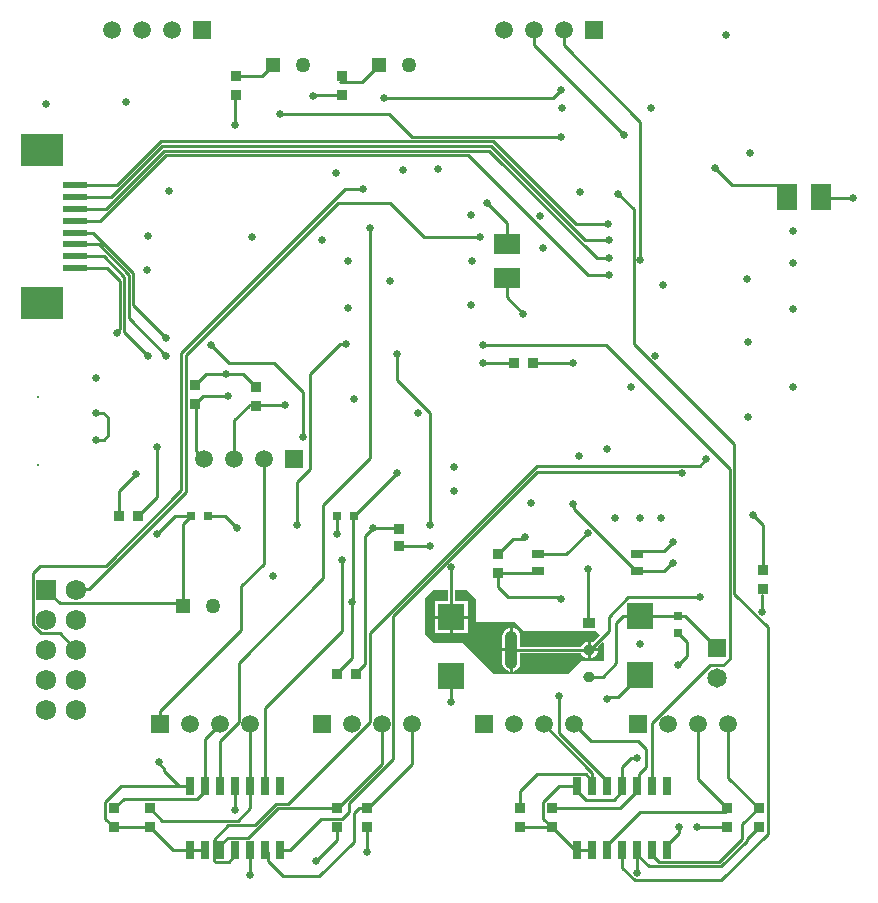
<source format=gbl>
G04*
G04 #@! TF.GenerationSoftware,Altium Limited,Altium Designer,22.9.1 (49)*
G04*
G04 Layer_Physical_Order=4*
G04 Layer_Color=16711680*
%FSLAX25Y25*%
%MOIN*%
G70*
G04*
G04 #@! TF.SameCoordinates,4F3841DE-4AA8-461A-9A8C-39A9ABFBA23C*
G04*
G04*
G04 #@! TF.FilePolarity,Positive*
G04*
G01*
G75*
%ADD14C,0.01000*%
%ADD23R,0.03543X0.03740*%
%ADD25R,0.03898X0.03071*%
%ADD30R,0.03740X0.03543*%
%ADD52C,0.06496*%
%ADD53R,0.06496X0.06496*%
%ADD54R,0.05906X0.05906*%
%ADD55C,0.05906*%
%ADD56C,0.01280*%
%ADD57R,0.06791X0.06791*%
%ADD58C,0.06791*%
%ADD59R,0.05020X0.05020*%
%ADD60C,0.05020*%
%ADD61C,0.02500*%
%ADD76R,0.07874X0.02402*%
%ADD77R,0.14173X0.10551*%
%ADD78R,0.03740X0.03740*%
%ADD79R,0.02559X0.06004*%
%ADD80R,0.02756X0.02756*%
%ADD81R,0.09055X0.08661*%
%ADD82R,0.08780X0.07087*%
%ADD83R,0.02756X0.02756*%
%ADD84R,0.07087X0.08780*%
G04:AMPARAMS|DCode=85|XSize=39.54mil|YSize=125.28mil|CornerRadius=17.2mil|HoleSize=0mil|Usage=FLASHONLY|Rotation=180.000|XOffset=0mil|YOffset=0mil|HoleType=Round|Shape=RoundedRectangle|*
%AMROUNDEDRECTD85*
21,1,0.03954,0.09088,0,0,180.0*
21,1,0.00514,0.12528,0,0,180.0*
1,1,0.03440,-0.00257,0.04544*
1,1,0.03440,0.00257,0.04544*
1,1,0.03440,0.00257,-0.04544*
1,1,0.03440,-0.00257,-0.04544*
%
%ADD85ROUNDEDRECTD85*%
G04:AMPARAMS|DCode=86|XSize=39.54mil|YSize=34.34mil|CornerRadius=17.17mil|HoleSize=0mil|Usage=FLASHONLY|Rotation=180.000|XOffset=0mil|YOffset=0mil|HoleType=Round|Shape=RoundedRectangle|*
%AMROUNDEDRECTD86*
21,1,0.03954,0.00000,0,0,180.0*
21,1,0.00520,0.03434,0,0,180.0*
1,1,0.03434,-0.00260,0.00000*
1,1,0.03434,0.00260,0.00000*
1,1,0.03434,0.00260,0.00000*
1,1,0.03434,-0.00260,0.00000*
%
%ADD86ROUNDEDRECTD86*%
%ADD87R,0.03954X0.03434*%
G36*
X177250Y109250D02*
Y101750D01*
X190250D01*
X193250Y98750D01*
X217250D01*
X218632Y97368D01*
X216265Y95002D01*
X215914Y95147D01*
X215445Y95209D01*
Y93000D01*
X217879D01*
X217852Y93209D01*
X217707Y93560D01*
X219222Y95075D01*
X219684Y94884D01*
Y88750D01*
X212250D01*
X207750Y84250D01*
X183250D01*
X174250Y93250D01*
X172750Y94750D01*
X163250D01*
X160250Y97750D01*
Y109750D01*
X162750Y112250D01*
X167980D01*
Y108673D01*
X163472D01*
Y103842D01*
X169000D01*
X174528D01*
Y108673D01*
X170020D01*
Y112250D01*
X174250D01*
X177250Y109250D01*
D02*
G37*
%LPC*%
G36*
X174528Y102842D02*
X169500D01*
Y98012D01*
X174528D01*
Y102842D01*
D02*
G37*
G36*
X168500D02*
X163472D01*
Y98012D01*
X168500D01*
Y102842D01*
D02*
G37*
G36*
X188500Y99756D02*
X188033Y99694D01*
X187371Y99420D01*
X186803Y98984D01*
X186367Y98416D01*
X186093Y97754D01*
X186000Y97044D01*
Y93000D01*
X188500D01*
Y99756D01*
D02*
G37*
G36*
X217879Y92000D02*
X215445D01*
Y89791D01*
X215914Y89853D01*
X216575Y90127D01*
X217143Y90562D01*
X217578Y91130D01*
X217852Y91791D01*
X217879Y92000D01*
D02*
G37*
G36*
X189500Y99756D02*
Y92500D01*
Y85245D01*
X189967Y85306D01*
X190629Y85580D01*
X191197Y86016D01*
X191633Y86584D01*
X191907Y87246D01*
X192000Y87956D01*
Y91480D01*
X212166D01*
X212312Y91130D01*
X212747Y90562D01*
X213315Y90127D01*
X213976Y89853D01*
X214445Y89791D01*
Y92500D01*
Y95209D01*
X213976Y95147D01*
X213315Y94873D01*
X212747Y94438D01*
X212312Y93870D01*
X212166Y93520D01*
X192000D01*
Y97044D01*
X191907Y97754D01*
X191633Y98416D01*
X191197Y98984D01*
X190629Y99420D01*
X189967Y99694D01*
X189500Y99756D01*
D02*
G37*
G36*
X188500Y92000D02*
X186000D01*
Y87956D01*
X186093Y87246D01*
X186367Y86584D01*
X186803Y86016D01*
X187371Y85580D01*
X188033Y85306D01*
X188500Y85245D01*
Y92000D01*
D02*
G37*
%LPD*%
D14*
X77000Y137000D02*
X82244D01*
X71000Y131000D02*
X77000Y137000D01*
X137150Y84598D02*
X140247Y87696D01*
Y130247D02*
X143000Y133000D01*
X137150Y84500D02*
Y84598D01*
X140247Y87696D02*
Y130247D01*
X130850Y84598D02*
X136000Y89748D01*
Y108500D01*
X130850Y84500D02*
Y84598D01*
X71000Y143449D02*
Y160000D01*
X64650Y137000D02*
Y137098D01*
X71000Y143449D01*
X58350Y145350D02*
X64000Y151000D01*
X58350Y137000D02*
Y145350D01*
X102000Y17500D02*
Y25823D01*
X226000Y19818D02*
Y25823D01*
Y19818D02*
X230068Y15750D01*
X198000Y124256D02*
X207256D01*
X214574Y131574D01*
X180750Y241500D02*
X187500Y234750D01*
Y227748D02*
Y234750D01*
X189500Y188000D02*
X189540Y188040D01*
X179500Y188000D02*
X189500D01*
X196150D02*
X209500D01*
X220500Y194000D02*
X261748Y152752D01*
X179500Y194000D02*
X220500D01*
X261748Y89338D02*
Y152752D01*
X269500Y137500D02*
X273000Y134000D01*
Y119000D02*
Y134000D01*
X86248Y177000D02*
X94500D01*
X83850Y174602D02*
X86248Y177000D01*
X83850Y174000D02*
Y174602D01*
X83701Y173850D02*
X83850Y174000D01*
X83701Y158799D02*
X86500Y156000D01*
X83701Y158799D02*
Y173850D01*
X83500Y180650D02*
X83598D01*
X84870Y181921D02*
Y182020D01*
X87350Y184500D02*
X94000D01*
X83598Y180650D02*
X84870Y181921D01*
Y182020D02*
X87350Y184500D01*
X226256Y103756D02*
X244500D01*
X99551Y184500D02*
X103902Y180150D01*
X94000Y184500D02*
X99551D01*
X103902Y180150D02*
X103993D01*
X101650Y174000D02*
X113500D01*
X94976Y188024D02*
X109976D01*
X119589Y163589D02*
Y178411D01*
X109976Y188024D02*
X119589Y178411D01*
X58500Y199336D02*
Y215500D01*
X54280Y219721D02*
X58500Y215500D01*
X43598Y219721D02*
X54280D01*
X57500Y198000D02*
Y198336D01*
X58500Y199336D01*
X57416Y247280D02*
X72136Y262000D01*
X43598Y247280D02*
X57416D01*
X72136Y262000D02*
X182743D01*
X73000Y260500D02*
X181500D01*
X43598Y243342D02*
X55600D01*
X72818Y260318D02*
X73000Y260500D01*
X72575Y260318D02*
X72818D01*
X55600Y243342D02*
X72575Y260318D01*
X43598Y239405D02*
X53784D01*
X73197Y258818D02*
X181682D01*
X53784Y239405D02*
X73197Y258818D01*
X51968Y235469D02*
X73818Y257318D01*
X43598Y235469D02*
X51968D01*
X63000Y207500D02*
X74000Y196500D01*
X63000Y207500D02*
Y218121D01*
X49590Y231532D02*
X63000Y218121D01*
X60000Y198500D02*
Y216879D01*
X43598Y223657D02*
X53221D01*
X60000Y216879D01*
X43598Y231532D02*
X49590D01*
X43598Y227594D02*
X51406D01*
X61500Y217500D01*
Y203000D02*
Y217500D01*
Y203000D02*
X74000Y190500D01*
X60000Y198500D02*
X68000Y190500D01*
X148343Y271000D02*
X155843Y263500D01*
X112000Y271000D02*
X148343D01*
X73818Y257318D02*
X174682D01*
X214500Y217500D01*
X230587Y118744D02*
X239838D01*
X242594Y121500D01*
X243000D01*
X232035Y125291D02*
X239791D01*
X243000Y128500D01*
X231000Y124256D02*
X232035Y125291D01*
X143000Y133000D02*
X151406D01*
X151500Y132905D01*
X169000Y103342D02*
X169197D01*
X151500Y127000D02*
X162000D01*
X227885Y110000D02*
X252000D01*
X221364Y103480D02*
X227885Y110000D01*
X221364Y98659D02*
Y103480D01*
X215205Y92500D02*
X221364Y98659D01*
X214945Y92500D02*
X215205D01*
X119501Y163501D02*
X119589Y163589D01*
X89000Y194000D02*
X94976Y188024D01*
X80500Y190879D02*
X131121Y241500D01*
X80500Y145000D02*
Y190879D01*
X182743Y262000D02*
X210493Y234250D01*
X221250D01*
X181500Y260500D02*
X181682Y260318D01*
X182303D01*
X213621Y229000D02*
X221500D01*
X182303Y260318D02*
X213621Y229000D01*
X217500Y223000D02*
X221500D01*
X181682Y258818D02*
X217500Y223000D01*
X214500Y217500D02*
X221500D01*
X126250Y116250D02*
Y140750D01*
X142000Y156500D01*
X98047Y88047D02*
X126250Y116250D01*
X54500Y164000D02*
Y170000D01*
X50500Y171500D02*
X53000D01*
X54500Y170000D01*
X53053Y162553D02*
X54500Y164000D01*
X50787Y162553D02*
X53053D01*
X50500Y162266D02*
X50787Y162553D01*
X112000Y25823D02*
X115141D01*
X125440Y36122D01*
X124000Y22000D02*
X131000Y29000D01*
Y33350D01*
X113000Y17000D02*
X125000D01*
X136457Y28457D01*
Y37957D01*
X107780Y22220D02*
X113000Y17000D01*
X229000Y56500D02*
X231000D01*
X226000Y53500D02*
X229000Y56500D01*
X226000Y47177D02*
Y53500D01*
X122000Y152910D02*
Y184500D01*
X132000Y194500D02*
X134000D01*
X122000Y184500D02*
X132000Y194500D01*
X97000Y39000D02*
Y47177D01*
X73298Y52202D02*
X78323Y47177D01*
X71500Y54707D02*
X73298Y52909D01*
X71500Y54707D02*
Y55000D01*
X73298Y52202D02*
Y52909D01*
X58972Y47177D02*
X78323D01*
X141000Y25000D02*
Y33350D01*
X114609Y41150D02*
X141747Y68288D01*
X110528Y41150D02*
X114609D01*
X103379Y34000D02*
X110528Y41150D01*
X205000Y64900D02*
X221000Y48900D01*
X205000Y64900D02*
Y77000D01*
X169000Y75000D02*
Y83657D01*
X244500Y98244D02*
X247500Y95244D01*
Y90500D02*
Y95244D01*
X244500Y87500D02*
X247500Y90500D01*
X151000Y151488D02*
Y151500D01*
X136256Y136744D02*
X151000Y151488D01*
X209787Y139544D02*
Y140713D01*
Y139544D02*
X230587Y118744D01*
X209500Y141000D02*
X209787Y140713D01*
X257000Y253000D02*
X262610Y247390D01*
X280752Y243500D02*
Y244346D01*
X262610Y247390D02*
X277709D01*
X280752Y244346D01*
X105701Y283701D02*
X109500Y287500D01*
X97000Y267500D02*
Y277331D01*
X97070Y277402D01*
X97220Y277551D01*
X97070Y283701D02*
X105701D01*
X123406Y277000D02*
X123906Y277500D01*
X123000Y277000D02*
X123406D01*
X123906Y277500D02*
X132350D01*
X96500Y168949D02*
X101402Y173850D01*
X101500D01*
X101650Y174000D01*
X79000Y191500D02*
X133500Y246000D01*
X184500Y124500D02*
X184598D01*
X184500Y113500D02*
X188000Y110000D01*
X184598Y124500D02*
X189500Y129402D01*
X184598Y118201D02*
X197457D01*
X188000Y110000D02*
X205000D01*
X197457Y118201D02*
X198000Y118744D01*
X205000Y110000D02*
X205500Y109500D01*
X214500Y101961D02*
Y119500D01*
X132500Y98637D02*
Y122500D01*
X136000Y108500D02*
X136256Y108756D01*
Y136744D01*
X169000Y103342D02*
Y120000D01*
X141747Y98050D02*
X197447Y153750D01*
X149653Y103835D02*
X197568Y151750D01*
X184500Y113500D02*
Y118201D01*
X263248Y111070D02*
X274370Y99948D01*
X272500Y105000D02*
Y110850D01*
X260850Y33500D02*
X261000Y33350D01*
X251000Y33500D02*
X260850D01*
X266000Y34248D02*
X271402Y39650D01*
X231833Y38378D02*
X260228D01*
X261200Y39350D01*
X260902Y39650D02*
X261000D01*
X259630Y40921D02*
X260902Y39650D01*
X251200Y49450D02*
X259630Y41020D01*
Y40921D02*
Y41020D01*
X261200Y49851D02*
X271402Y39650D01*
X117500Y134000D02*
Y148410D01*
X122000Y152910D01*
X131000Y131000D02*
Y137000D01*
X192902Y129402D02*
X193500Y130000D01*
X189500Y129402D02*
X192902D01*
X187500Y210000D02*
X193000Y204500D01*
X187500Y210000D02*
Y216252D01*
X160000Y230000D02*
X178500D01*
X133500Y246000D02*
X139500D01*
X132000Y281650D02*
X139150D01*
X132350Y277500D02*
X132500Y277350D01*
X139150Y281650D02*
X145000Y287500D01*
X155843Y263500D02*
X205500D01*
X146500Y276500D02*
X202686D01*
X263248Y111070D02*
Y161070D01*
X229750Y194568D02*
Y239250D01*
X196500Y294000D02*
Y299000D01*
X202686Y276500D02*
X205416Y279230D01*
X205613D01*
X206500Y294000D02*
Y299000D01*
X196500Y294000D02*
X226500Y264000D01*
X206500Y294000D02*
X232000Y268500D01*
X224500Y244500D02*
X229750Y239250D01*
X292748Y243000D02*
X303000D01*
X292248Y243500D02*
X292748Y243000D01*
X232000Y222500D02*
Y268500D01*
X131121Y241500D02*
X148500D01*
X160000Y230000D01*
X151000Y182500D02*
X162000Y171500D01*
X151000Y182500D02*
Y191000D01*
X142000Y156500D02*
Y233000D01*
X162000Y134000D02*
Y171500D01*
X245750Y151750D02*
X246000Y151500D01*
X197568Y151750D02*
X245750D01*
X197447Y153750D02*
X251750D01*
X254000Y156000D01*
X229750Y194568D02*
X263248Y161070D01*
X72650Y35500D02*
X97833D01*
X89720Y22407D02*
Y29239D01*
Y22407D02*
X90306Y21821D01*
X92000Y25823D02*
Y27545D01*
X89720Y29239D02*
X94481Y34000D01*
X92000Y27545D02*
X92779Y28325D01*
X90306Y21821D02*
X94721D01*
X92779Y28325D02*
X93013D01*
X94513Y29825D01*
X94721Y21821D02*
X97000Y24100D01*
Y25823D01*
X53630Y36122D02*
Y41835D01*
Y36122D02*
X56402Y33350D01*
X53630Y41835D02*
X58972Y47177D01*
X56402Y33350D02*
X56500D01*
Y39650D02*
X56598D01*
X56500Y40150D02*
X57000Y40650D01*
X56598Y39650D02*
X59747Y42798D01*
X56500Y33350D02*
X68500D01*
X68598D01*
X68500Y39650D02*
X72650Y35500D01*
X72000Y67831D02*
Y72000D01*
X59747Y42798D02*
X84343D01*
X68598Y33350D02*
X76126Y25823D01*
X82000D01*
X78323Y47177D02*
X82000D01*
Y25823D02*
X87000D01*
X32000Y120500D02*
X53879D01*
X44000Y112500D02*
X44310Y112810D01*
X48310D01*
X38500Y108000D02*
X78500D01*
X48310Y112810D02*
X80500Y145000D01*
X53879Y120500D02*
X79000Y145621D01*
X78500Y108000D02*
X79500Y107000D01*
Y134256D01*
X82244Y137000D01*
X94513Y29825D02*
X101325D01*
X94481Y34000D02*
X103379D01*
X97833Y35500D02*
X102000Y39667D01*
Y47177D01*
X101325Y29825D02*
X111150Y39650D01*
X107000Y25823D02*
X107780Y25043D01*
Y22220D02*
Y25043D01*
X72000Y72000D02*
X99000Y99000D01*
X84343Y42798D02*
X87000Y45455D01*
Y47177D01*
Y62831D01*
X92000Y67831D01*
X87756Y137000D02*
X93500D01*
X92000Y47177D02*
Y62241D01*
X98047Y68288D01*
X93500Y137000D02*
X97500Y133000D01*
X96500Y156000D02*
Y168949D01*
X98047Y68288D02*
Y88047D01*
X99000Y99000D02*
Y113658D01*
X102000Y47177D02*
Y67831D01*
X99000Y113658D02*
X106500Y121158D01*
Y156000D01*
X107000Y47177D02*
Y73137D01*
X79000Y145621D02*
Y191500D01*
X29500Y100784D02*
Y118000D01*
X32000Y120500D01*
X29500Y100784D02*
X32179Y98104D01*
X38396D01*
X34000Y112500D02*
X38500Y108000D01*
X38396Y98104D02*
X44000Y92500D01*
X231000Y18000D02*
Y24100D01*
X234780Y20321D01*
X236000Y24100D02*
X238280Y21821D01*
X231000Y24100D02*
Y25823D01*
X236000Y24100D02*
Y25823D01*
X221000D02*
Y27545D01*
X241000Y25823D02*
Y27545D01*
X111150Y39650D02*
X131000D01*
X125440Y36122D02*
X132528D01*
X134957Y38551D01*
X136457Y37957D02*
X138150Y39650D01*
X192000Y33350D02*
X202402D01*
X199630Y36122D02*
Y41835D01*
Y36122D02*
X202402Y33350D01*
X202500D01*
X202598D01*
X210126Y25823D01*
X211000D01*
X216000D01*
X202500Y39650D02*
X225195D01*
X131000D02*
X131098D01*
X134957Y38551D02*
Y41387D01*
X131098Y39650D02*
X145700Y54251D01*
X138150Y39650D02*
X141098D01*
X134957Y41387D02*
X149653Y56083D01*
X145700Y54251D02*
Y67831D01*
X141098Y39650D02*
X155700Y54251D01*
Y67831D01*
X192000Y39650D02*
Y45500D01*
X197679Y51179D01*
X199630Y41835D02*
X204972Y47177D01*
X197679Y51179D02*
X213720D01*
X199700Y67831D02*
X216000Y51531D01*
X204972Y47177D02*
X211000D01*
Y45455D02*
Y47177D01*
Y45455D02*
X213955Y42500D01*
X213720Y51179D02*
X216000Y48900D01*
Y47177D02*
Y48900D01*
Y51531D01*
X213955Y42500D02*
X223045D01*
X107000Y73137D02*
X132500Y98637D01*
X141747Y68288D02*
Y98050D01*
X149653Y56083D02*
Y103835D01*
X214945Y83484D02*
X219484D01*
X189000Y92500D02*
X214945D01*
X209700Y67831D02*
X215369Y62162D01*
X214500Y101961D02*
X214945Y101516D01*
X221000Y27545D02*
X231833Y38378D01*
X225195Y39650D02*
X231000Y45455D01*
X223045Y42500D02*
X226000Y45455D01*
Y47177D01*
X231000Y45455D02*
Y47177D01*
X231540Y47717D01*
X221000Y47177D02*
Y48900D01*
X231540Y47717D02*
Y51040D01*
X234000Y53500D01*
X271402Y33350D02*
X271500D01*
X258956Y15750D02*
X274370Y31165D01*
X258942Y20321D02*
X267500Y28879D01*
X258321Y21821D02*
X266000Y29500D01*
X267500Y28879D02*
Y29449D01*
X271402Y33350D01*
X266000Y29500D02*
Y34248D01*
X230068Y15750D02*
X258956D01*
X234780Y20321D02*
X258942D01*
X238280Y21821D02*
X258321D01*
X241000Y27545D02*
X244713Y31258D01*
Y33213D01*
X245000Y33500D01*
X234000Y53500D02*
Y59500D01*
X236000Y47177D02*
Y68221D01*
X231338Y62162D02*
X234000Y59500D01*
X215369Y62162D02*
X231338D01*
X221000Y76000D02*
X221765Y76765D01*
X224411D01*
X231803Y84158D01*
X232000D01*
X219484Y83484D02*
X224000Y88000D01*
Y101500D01*
X226256Y103756D01*
X251200Y49450D02*
Y67831D01*
X261200Y49851D02*
Y67831D01*
X274370Y31165D02*
Y99948D01*
X236000Y68221D02*
X255027Y87248D01*
X259658D01*
X261748Y89338D01*
X246792Y103708D02*
X257500Y93000D01*
X244548Y103708D02*
X246792D01*
X244500Y103756D02*
X244548Y103708D01*
D23*
X64650Y137000D02*
D03*
X58350D02*
D03*
X137150Y84500D02*
D03*
X130850D02*
D03*
X189850Y188000D02*
D03*
X196150D02*
D03*
D25*
X198000Y118744D02*
D03*
Y124256D02*
D03*
X231000D02*
D03*
Y118744D02*
D03*
D30*
X83500Y174350D02*
D03*
Y180650D02*
D03*
X68500Y39650D02*
D03*
Y33350D02*
D03*
X131000D02*
D03*
Y39650D02*
D03*
X56500D02*
D03*
Y33350D02*
D03*
X141000D02*
D03*
Y39650D02*
D03*
X97070Y283701D02*
D03*
Y277402D02*
D03*
X104000Y180150D02*
D03*
Y173850D02*
D03*
X132500Y283650D02*
D03*
Y277350D02*
D03*
X184500Y118201D02*
D03*
Y124500D02*
D03*
X192000Y33350D02*
D03*
Y39650D02*
D03*
X202500Y33350D02*
D03*
Y39650D02*
D03*
X261000D02*
D03*
Y33350D02*
D03*
X271500D02*
D03*
Y39650D02*
D03*
X273000Y119000D02*
D03*
Y112701D02*
D03*
D52*
X257500Y83000D02*
D03*
D53*
Y93000D02*
D03*
D54*
X125700Y67831D02*
D03*
X179700D02*
D03*
X231200D02*
D03*
X72000D02*
D03*
X86000Y299000D02*
D03*
X116500Y156000D02*
D03*
X216500Y299000D02*
D03*
D55*
X135700Y67831D02*
D03*
X145700D02*
D03*
X155700D02*
D03*
X189700D02*
D03*
X199700D02*
D03*
X209700D02*
D03*
X241200D02*
D03*
X251200D02*
D03*
X261200D02*
D03*
X82000D02*
D03*
X92000D02*
D03*
X102000D02*
D03*
X56000Y299000D02*
D03*
X66000D02*
D03*
X76000D02*
D03*
X106500Y156000D02*
D03*
X96500D02*
D03*
X86500D02*
D03*
X186500Y299000D02*
D03*
X196500D02*
D03*
X206500D02*
D03*
D56*
X31248Y176878D02*
D03*
Y154122D02*
D03*
D57*
X34000Y112500D02*
D03*
D58*
X44000D02*
D03*
X34000Y102500D02*
D03*
X44000D02*
D03*
X34000Y92500D02*
D03*
X44000D02*
D03*
X34000Y82500D02*
D03*
X44000D02*
D03*
X34000Y72500D02*
D03*
X44000D02*
D03*
D59*
X79500Y107000D02*
D03*
X145000Y287500D02*
D03*
X109500D02*
D03*
D60*
X89500Y107000D02*
D03*
X155000Y287500D02*
D03*
X119500D02*
D03*
D61*
X71000Y131000D02*
D03*
Y160000D02*
D03*
X64000Y151000D02*
D03*
X102000Y17500D02*
D03*
X214574Y131574D02*
D03*
X34000Y274500D02*
D03*
X60500Y275000D02*
D03*
X179500Y188000D02*
D03*
X209500D02*
D03*
X269500Y137500D02*
D03*
X94500Y177000D02*
D03*
X113500Y174000D02*
D03*
X68000Y190500D02*
D03*
X57500Y198000D02*
D03*
X112000Y271000D02*
D03*
X170000Y145500D02*
D03*
Y153500D02*
D03*
X243000Y121500D02*
D03*
Y128500D02*
D03*
X239000Y136500D02*
D03*
X232000D02*
D03*
X143000Y133000D02*
D03*
X162000Y127000D02*
D03*
X169000Y120000D02*
D03*
X252000Y110000D02*
D03*
X50500Y162266D02*
D03*
X119501Y163501D02*
D03*
X89000Y194000D02*
D03*
X74000Y196500D02*
D03*
Y190500D02*
D03*
X221500Y217500D02*
D03*
Y223000D02*
D03*
Y229000D02*
D03*
X221250Y234250D02*
D03*
X124000Y22000D02*
D03*
X50500Y183000D02*
D03*
X109500Y117000D02*
D03*
X267500Y216000D02*
D03*
X97000Y39000D02*
D03*
X71500Y55000D02*
D03*
X141000Y25000D02*
D03*
X148500Y215500D02*
D03*
X205000Y77000D02*
D03*
X169000Y75000D02*
D03*
X244500Y87500D02*
D03*
X151000Y151500D02*
D03*
X220750Y159500D02*
D03*
X223500Y136500D02*
D03*
X209500Y141000D02*
D03*
X257000Y253000D02*
D03*
X50500Y171500D02*
D03*
X97500Y133000D02*
D03*
X117500Y134000D02*
D03*
X131000Y131000D02*
D03*
X132500Y122500D02*
D03*
X136000Y108500D02*
D03*
X68000Y230500D02*
D03*
X67500Y219000D02*
D03*
X136500Y176000D02*
D03*
X94000Y184500D02*
D03*
X151000Y191000D02*
D03*
X134000Y194500D02*
D03*
X134500Y206500D02*
D03*
Y222000D02*
D03*
X146500Y276500D02*
D03*
X123000Y277000D02*
D03*
X205500Y109500D02*
D03*
X153000Y252500D02*
D03*
X158000Y171500D02*
D03*
X231000Y18000D02*
D03*
X245000Y33500D02*
D03*
X251000D02*
D03*
X231000Y56500D02*
D03*
X221000Y76000D02*
D03*
X232000Y94500D02*
D03*
X214500Y119500D02*
D03*
X246000Y151500D02*
D03*
X254000Y156000D02*
D03*
X211500Y157000D02*
D03*
X268000Y170000D02*
D03*
X229000Y180000D02*
D03*
X283000D02*
D03*
X175500Y237500D02*
D03*
Y207500D02*
D03*
X205500Y263500D02*
D03*
X179500Y194000D02*
D03*
X178500Y230000D02*
D03*
X164500Y252730D02*
D03*
X176000Y222000D02*
D03*
X180750Y241500D02*
D03*
X193000Y204500D02*
D03*
X198500Y237000D02*
D03*
X199500Y226500D02*
D03*
X237000Y190500D02*
D03*
X268000Y195000D02*
D03*
X283000Y206000D02*
D03*
X239500Y214000D02*
D03*
X283000Y221500D02*
D03*
X232000Y222500D02*
D03*
X283000Y232000D02*
D03*
X303000Y243000D02*
D03*
X224500Y244500D02*
D03*
X212000Y245000D02*
D03*
X268500Y258000D02*
D03*
X226500Y264000D02*
D03*
X206000Y273000D02*
D03*
X235500D02*
D03*
X205613Y279230D02*
D03*
X260500Y297500D02*
D03*
X75000Y245500D02*
D03*
X126000Y229000D02*
D03*
X102500Y230000D02*
D03*
X142000Y233000D02*
D03*
X139500Y246000D02*
D03*
X130500Y251500D02*
D03*
X97000Y267500D02*
D03*
X162000Y134000D02*
D03*
X193500Y130000D02*
D03*
X195500Y141500D02*
D03*
X272500Y105000D02*
D03*
D76*
X43598Y219721D02*
D03*
Y223657D02*
D03*
Y227594D02*
D03*
Y231532D02*
D03*
Y235469D02*
D03*
Y239405D02*
D03*
Y243342D02*
D03*
Y247280D02*
D03*
D77*
X32575Y207949D02*
D03*
Y259051D02*
D03*
D78*
X151500Y127000D02*
D03*
Y132905D02*
D03*
D79*
X82000Y25823D02*
D03*
X87000D02*
D03*
X92000D02*
D03*
X97000D02*
D03*
X102000D02*
D03*
X107000D02*
D03*
X112000D02*
D03*
Y47177D02*
D03*
X107000D02*
D03*
X102000D02*
D03*
X97000D02*
D03*
X92000D02*
D03*
X87000D02*
D03*
X82000D02*
D03*
X211000Y25823D02*
D03*
X216000D02*
D03*
X221000D02*
D03*
X226000D02*
D03*
X231000D02*
D03*
X236000D02*
D03*
X241000D02*
D03*
Y47177D02*
D03*
X236000D02*
D03*
X231000D02*
D03*
X226000D02*
D03*
X221000D02*
D03*
X216000D02*
D03*
X211000D02*
D03*
D80*
X87756Y137000D02*
D03*
X82244D02*
D03*
X131000D02*
D03*
X136512D02*
D03*
D81*
X169000Y83657D02*
D03*
Y103342D02*
D03*
X232000Y84158D02*
D03*
Y103842D02*
D03*
D82*
X187500Y216252D02*
D03*
Y227748D02*
D03*
D83*
X244500Y98244D02*
D03*
Y103756D02*
D03*
D84*
X292248Y243500D02*
D03*
X280752D02*
D03*
D85*
X189000Y92500D02*
D03*
D86*
X214945Y83484D02*
D03*
Y92500D02*
D03*
D87*
Y101516D02*
D03*
M02*

</source>
